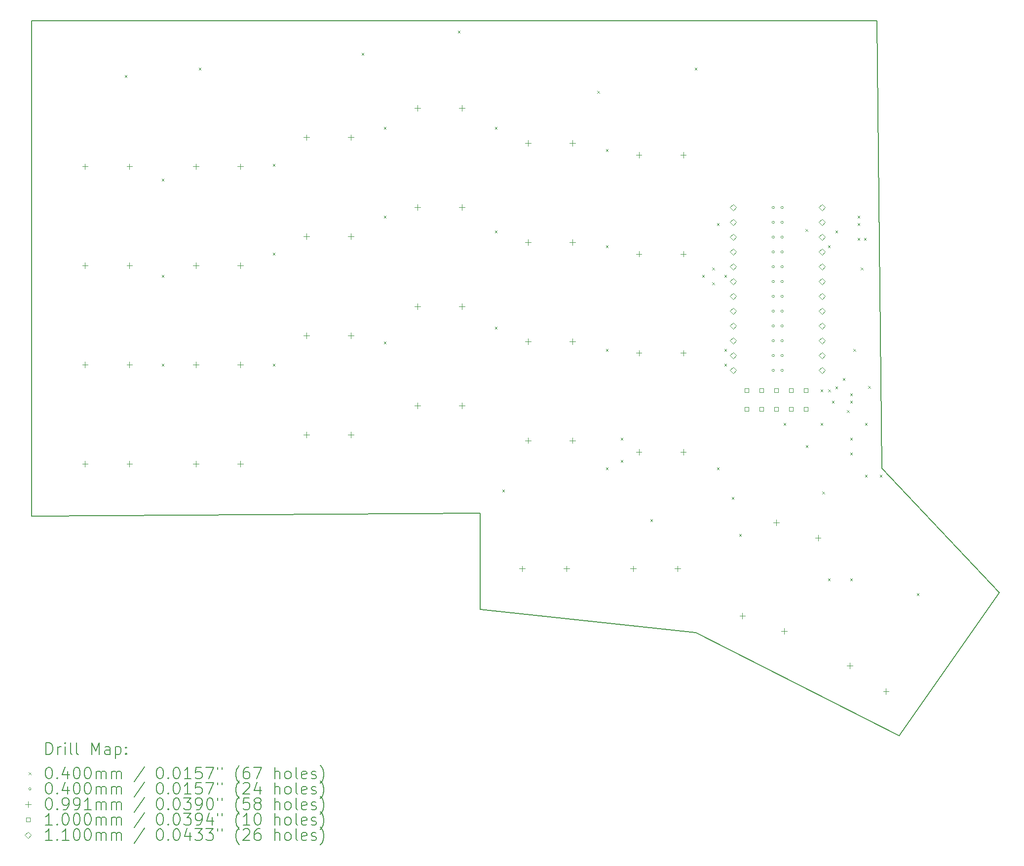
<source format=gbr>
%TF.GenerationSoftware,KiCad,Pcbnew,(6.0.9-0)*%
%TF.CreationDate,2023-01-10T21:03:52-06:00*%
%TF.ProjectId,board,626f6172-642e-46b6-9963-61645f706362,v1.0.0*%
%TF.SameCoordinates,Original*%
%TF.FileFunction,Drillmap*%
%TF.FilePolarity,Positive*%
%FSLAX45Y45*%
G04 Gerber Fmt 4.5, Leading zero omitted, Abs format (unit mm)*
G04 Created by KiCad (PCBNEW (6.0.9-0)) date 2023-01-10 21:03:52*
%MOMM*%
%LPD*%
G01*
G04 APERTURE LIST*
%ADD10C,0.150000*%
%ADD11C,0.200000*%
%ADD12C,0.040000*%
%ADD13C,0.099060*%
%ADD14C,0.100000*%
%ADD15C,0.110000*%
G04 APERTURE END LIST*
D10*
X1176500Y-9705000D02*
X1176500Y-1205000D01*
X1176500Y-1205000D02*
X15676500Y-1205000D01*
X15676500Y-1205000D02*
X15764190Y-8879568D01*
X15764190Y-8879568D02*
X17777912Y-11015603D01*
X17777912Y-11015603D02*
X16057182Y-13473059D01*
X16057182Y-13473059D02*
X12576500Y-11705000D01*
X12576500Y-11705000D02*
X8876500Y-11305000D01*
X8876500Y-11305000D02*
X8876500Y-9655000D01*
X8876500Y-9655000D02*
X1176500Y-9705000D01*
D11*
D12*
X2774000Y-2139000D02*
X2814000Y-2179000D01*
X2814000Y-2139000D02*
X2774000Y-2179000D01*
X3409000Y-3917000D02*
X3449000Y-3957000D01*
X3449000Y-3917000D02*
X3409000Y-3957000D01*
X3409000Y-5568000D02*
X3449000Y-5608000D01*
X3449000Y-5568000D02*
X3409000Y-5608000D01*
X3409000Y-7092000D02*
X3449000Y-7132000D01*
X3449000Y-7092000D02*
X3409000Y-7132000D01*
X4044000Y-2012000D02*
X4084000Y-2052000D01*
X4084000Y-2012000D02*
X4044000Y-2052000D01*
X5314000Y-3663000D02*
X5354000Y-3703000D01*
X5354000Y-3663000D02*
X5314000Y-3703000D01*
X5314000Y-5187000D02*
X5354000Y-5227000D01*
X5354000Y-5187000D02*
X5314000Y-5227000D01*
X5314000Y-7092000D02*
X5354000Y-7132000D01*
X5354000Y-7092000D02*
X5314000Y-7132000D01*
X6838000Y-1758000D02*
X6878000Y-1798000D01*
X6878000Y-1758000D02*
X6838000Y-1798000D01*
X7219000Y-3028000D02*
X7259000Y-3068000D01*
X7259000Y-3028000D02*
X7219000Y-3068000D01*
X7219000Y-4552000D02*
X7259000Y-4592000D01*
X7259000Y-4552000D02*
X7219000Y-4592000D01*
X7219000Y-6711000D02*
X7259000Y-6751000D01*
X7259000Y-6711000D02*
X7219000Y-6751000D01*
X8489000Y-1377000D02*
X8529000Y-1417000D01*
X8529000Y-1377000D02*
X8489000Y-1417000D01*
X9124000Y-3028000D02*
X9164000Y-3068000D01*
X9164000Y-3028000D02*
X9124000Y-3068000D01*
X9124000Y-4806000D02*
X9164000Y-4846000D01*
X9164000Y-4806000D02*
X9124000Y-4846000D01*
X9124000Y-6457000D02*
X9164000Y-6497000D01*
X9164000Y-6457000D02*
X9124000Y-6497000D01*
X9251000Y-9251000D02*
X9291000Y-9291000D01*
X9291000Y-9251000D02*
X9251000Y-9291000D01*
X10884000Y-2410000D02*
X10924000Y-2450000D01*
X10924000Y-2410000D02*
X10884000Y-2450000D01*
X11029000Y-3409000D02*
X11069000Y-3449000D01*
X11069000Y-3409000D02*
X11029000Y-3449000D01*
X11029000Y-5060000D02*
X11069000Y-5100000D01*
X11069000Y-5060000D02*
X11029000Y-5100000D01*
X11029000Y-6838000D02*
X11069000Y-6878000D01*
X11069000Y-6838000D02*
X11029000Y-6878000D01*
X11029000Y-8870000D02*
X11069000Y-8910000D01*
X11069000Y-8870000D02*
X11029000Y-8910000D01*
X11283000Y-8362000D02*
X11323000Y-8402000D01*
X11323000Y-8362000D02*
X11283000Y-8402000D01*
X11283000Y-8743000D02*
X11323000Y-8783000D01*
X11323000Y-8743000D02*
X11283000Y-8783000D01*
X11791000Y-9759000D02*
X11831000Y-9799000D01*
X11831000Y-9759000D02*
X11791000Y-9799000D01*
X12553000Y-2012000D02*
X12593000Y-2052000D01*
X12593000Y-2012000D02*
X12553000Y-2052000D01*
X12680000Y-5568000D02*
X12720000Y-5608000D01*
X12720000Y-5568000D02*
X12680000Y-5608000D01*
X12856450Y-5441000D02*
X12896450Y-5481000D01*
X12896450Y-5441000D02*
X12856450Y-5481000D01*
X12856450Y-5695000D02*
X12896450Y-5735000D01*
X12896450Y-5695000D02*
X12856450Y-5735000D01*
X12934000Y-4679000D02*
X12974000Y-4719000D01*
X12974000Y-4679000D02*
X12934000Y-4719000D01*
X12934000Y-8870000D02*
X12974000Y-8910000D01*
X12974000Y-8870000D02*
X12934000Y-8910000D01*
X13061000Y-5568000D02*
X13101000Y-5608000D01*
X13101000Y-5568000D02*
X13061000Y-5608000D01*
X13061000Y-6838000D02*
X13101000Y-6878000D01*
X13101000Y-6838000D02*
X13061000Y-6878000D01*
X13061000Y-7092000D02*
X13101000Y-7132000D01*
X13101000Y-7092000D02*
X13061000Y-7132000D01*
X13188000Y-9378000D02*
X13228000Y-9418000D01*
X13228000Y-9378000D02*
X13188000Y-9418000D01*
X13315000Y-10013000D02*
X13355000Y-10053000D01*
X13355000Y-10013000D02*
X13315000Y-10053000D01*
X14077000Y-8108000D02*
X14117000Y-8148000D01*
X14117000Y-8108000D02*
X14077000Y-8148000D01*
X14077000Y-8108000D02*
X14117000Y-8148000D01*
X14117000Y-8108000D02*
X14077000Y-8148000D01*
X14456158Y-4776483D02*
X14496158Y-4816483D01*
X14496158Y-4776483D02*
X14456158Y-4816483D01*
X14458000Y-8489000D02*
X14498000Y-8529000D01*
X14498000Y-8489000D02*
X14458000Y-8529000D01*
X14712000Y-7527550D02*
X14752000Y-7567550D01*
X14752000Y-7527550D02*
X14712000Y-7567550D01*
X14712000Y-8108000D02*
X14752000Y-8148000D01*
X14752000Y-8108000D02*
X14712000Y-8148000D01*
X14744740Y-9283741D02*
X14784740Y-9323741D01*
X14784740Y-9283741D02*
X14744740Y-9323741D01*
X14839000Y-5060000D02*
X14879000Y-5100000D01*
X14879000Y-5060000D02*
X14839000Y-5100000D01*
X14839000Y-10775000D02*
X14879000Y-10815000D01*
X14879000Y-10775000D02*
X14839000Y-10815000D01*
X14841828Y-7527550D02*
X14881828Y-7567550D01*
X14881828Y-7527550D02*
X14841828Y-7567550D01*
X14906550Y-7727000D02*
X14946550Y-7767000D01*
X14946550Y-7727000D02*
X14906550Y-7767000D01*
X14966000Y-4806000D02*
X15006000Y-4846000D01*
X15006000Y-4806000D02*
X14966000Y-4846000D01*
X14966000Y-7479950D02*
X15006000Y-7519950D01*
X15006000Y-7479950D02*
X14966000Y-7519950D01*
X15093000Y-7335050D02*
X15133000Y-7375050D01*
X15133000Y-7335050D02*
X15093000Y-7375050D01*
X15165450Y-7883657D02*
X15205450Y-7923657D01*
X15205450Y-7883657D02*
X15165450Y-7923657D01*
X15220000Y-7600000D02*
X15260000Y-7640000D01*
X15260000Y-7600000D02*
X15220000Y-7640000D01*
X15220000Y-7727000D02*
X15260000Y-7767000D01*
X15260000Y-7727000D02*
X15220000Y-7767000D01*
X15220000Y-8362000D02*
X15260000Y-8402000D01*
X15260000Y-8362000D02*
X15220000Y-8402000D01*
X15220000Y-8616000D02*
X15260000Y-8656000D01*
X15260000Y-8616000D02*
X15220000Y-8656000D01*
X15220000Y-10775000D02*
X15260000Y-10815000D01*
X15260000Y-10775000D02*
X15220000Y-10815000D01*
X15274550Y-6838000D02*
X15314550Y-6878000D01*
X15314550Y-6838000D02*
X15274550Y-6878000D01*
X15347000Y-4552000D02*
X15387000Y-4592000D01*
X15387000Y-4552000D02*
X15347000Y-4592000D01*
X15347000Y-4679000D02*
X15387000Y-4719000D01*
X15387000Y-4679000D02*
X15347000Y-4719000D01*
X15347000Y-4933000D02*
X15387000Y-4973000D01*
X15387000Y-4933000D02*
X15347000Y-4973000D01*
X15401550Y-5441000D02*
X15441550Y-5481000D01*
X15441550Y-5441000D02*
X15401550Y-5481000D01*
X15456100Y-4933000D02*
X15496100Y-4973000D01*
X15496100Y-4933000D02*
X15456100Y-4973000D01*
X15474000Y-8108000D02*
X15514000Y-8148000D01*
X15514000Y-8108000D02*
X15474000Y-8148000D01*
X15474000Y-8997000D02*
X15514000Y-9037000D01*
X15514000Y-8997000D02*
X15474000Y-9037000D01*
X15528550Y-7473000D02*
X15568550Y-7513000D01*
X15568550Y-7473000D02*
X15528550Y-7513000D01*
X15728000Y-8997000D02*
X15768000Y-9037000D01*
X15768000Y-8997000D02*
X15728000Y-9037000D01*
X16363000Y-11029000D02*
X16403000Y-11069000D01*
X16403000Y-11029000D02*
X16363000Y-11069000D01*
X13920300Y-4408000D02*
G75*
G03*
X13920300Y-4408000I-20000J0D01*
G01*
X13920300Y-4662000D02*
G75*
G03*
X13920300Y-4662000I-20000J0D01*
G01*
X13920300Y-4916000D02*
G75*
G03*
X13920300Y-4916000I-20000J0D01*
G01*
X13920300Y-5170000D02*
G75*
G03*
X13920300Y-5170000I-20000J0D01*
G01*
X13920300Y-5424000D02*
G75*
G03*
X13920300Y-5424000I-20000J0D01*
G01*
X13920300Y-5678000D02*
G75*
G03*
X13920300Y-5678000I-20000J0D01*
G01*
X13920300Y-5932000D02*
G75*
G03*
X13920300Y-5932000I-20000J0D01*
G01*
X13920300Y-6186000D02*
G75*
G03*
X13920300Y-6186000I-20000J0D01*
G01*
X13920300Y-6440000D02*
G75*
G03*
X13920300Y-6440000I-20000J0D01*
G01*
X13920300Y-6694000D02*
G75*
G03*
X13920300Y-6694000I-20000J0D01*
G01*
X13920300Y-6948000D02*
G75*
G03*
X13920300Y-6948000I-20000J0D01*
G01*
X13920300Y-7202000D02*
G75*
G03*
X13920300Y-7202000I-20000J0D01*
G01*
X14072700Y-4408000D02*
G75*
G03*
X14072700Y-4408000I-20000J0D01*
G01*
X14072700Y-4662000D02*
G75*
G03*
X14072700Y-4662000I-20000J0D01*
G01*
X14072700Y-4916000D02*
G75*
G03*
X14072700Y-4916000I-20000J0D01*
G01*
X14072700Y-5170000D02*
G75*
G03*
X14072700Y-5170000I-20000J0D01*
G01*
X14072700Y-5424000D02*
G75*
G03*
X14072700Y-5424000I-20000J0D01*
G01*
X14072700Y-5678000D02*
G75*
G03*
X14072700Y-5678000I-20000J0D01*
G01*
X14072700Y-5932000D02*
G75*
G03*
X14072700Y-5932000I-20000J0D01*
G01*
X14072700Y-6186000D02*
G75*
G03*
X14072700Y-6186000I-20000J0D01*
G01*
X14072700Y-6440000D02*
G75*
G03*
X14072700Y-6440000I-20000J0D01*
G01*
X14072700Y-6694000D02*
G75*
G03*
X14072700Y-6694000I-20000J0D01*
G01*
X14072700Y-6948000D02*
G75*
G03*
X14072700Y-6948000I-20000J0D01*
G01*
X14072700Y-7202000D02*
G75*
G03*
X14072700Y-7202000I-20000J0D01*
G01*
D13*
X2095500Y-5355470D02*
X2095500Y-5454530D01*
X2045970Y-5405000D02*
X2145030Y-5405000D01*
X2095500Y-3655470D02*
X2095500Y-3754530D01*
X2045970Y-3705000D02*
X2145030Y-3705000D01*
X2095500Y-8755470D02*
X2095500Y-8854530D01*
X2045970Y-8805000D02*
X2145030Y-8805000D01*
X2095500Y-7055470D02*
X2095500Y-7154530D01*
X2045970Y-7105000D02*
X2145030Y-7105000D01*
X2857500Y-5355470D02*
X2857500Y-5454530D01*
X2807970Y-5405000D02*
X2907030Y-5405000D01*
X2857500Y-3655470D02*
X2857500Y-3754530D01*
X2807970Y-3705000D02*
X2907030Y-3705000D01*
X2857500Y-8755470D02*
X2857500Y-8854530D01*
X2807970Y-8805000D02*
X2907030Y-8805000D01*
X2857500Y-7055470D02*
X2857500Y-7154530D01*
X2807970Y-7105000D02*
X2907030Y-7105000D01*
X3995500Y-3655470D02*
X3995500Y-3754530D01*
X3945970Y-3705000D02*
X4045030Y-3705000D01*
X3995500Y-5355470D02*
X3995500Y-5454530D01*
X3945970Y-5405000D02*
X4045030Y-5405000D01*
X3995500Y-7055470D02*
X3995500Y-7154530D01*
X3945970Y-7105000D02*
X4045030Y-7105000D01*
X3995500Y-8755470D02*
X3995500Y-8854530D01*
X3945970Y-8805000D02*
X4045030Y-8805000D01*
X4757500Y-3655470D02*
X4757500Y-3754530D01*
X4707970Y-3705000D02*
X4807030Y-3705000D01*
X4757500Y-5355470D02*
X4757500Y-5454530D01*
X4707970Y-5405000D02*
X4807030Y-5405000D01*
X4757500Y-7055470D02*
X4757500Y-7154530D01*
X4707970Y-7105000D02*
X4807030Y-7105000D01*
X4757500Y-8755470D02*
X4757500Y-8854530D01*
X4707970Y-8805000D02*
X4807030Y-8805000D01*
X5895500Y-3155470D02*
X5895500Y-3254530D01*
X5845970Y-3205000D02*
X5945030Y-3205000D01*
X5895500Y-4855470D02*
X5895500Y-4954530D01*
X5845970Y-4905000D02*
X5945030Y-4905000D01*
X5895500Y-6555470D02*
X5895500Y-6654530D01*
X5845970Y-6605000D02*
X5945030Y-6605000D01*
X5895500Y-8255470D02*
X5895500Y-8354530D01*
X5845970Y-8305000D02*
X5945030Y-8305000D01*
X6657500Y-3155470D02*
X6657500Y-3254530D01*
X6607970Y-3205000D02*
X6707030Y-3205000D01*
X6657500Y-4855470D02*
X6657500Y-4954530D01*
X6607970Y-4905000D02*
X6707030Y-4905000D01*
X6657500Y-6555470D02*
X6657500Y-6654530D01*
X6607970Y-6605000D02*
X6707030Y-6605000D01*
X6657500Y-8255470D02*
X6657500Y-8354530D01*
X6607970Y-8305000D02*
X6707030Y-8305000D01*
X7795500Y-6055470D02*
X7795500Y-6154530D01*
X7745970Y-6105000D02*
X7845030Y-6105000D01*
X7795500Y-7755470D02*
X7795500Y-7854530D01*
X7745970Y-7805000D02*
X7845030Y-7805000D01*
X7795500Y-2655470D02*
X7795500Y-2754530D01*
X7745970Y-2705000D02*
X7845030Y-2705000D01*
X7795500Y-4355470D02*
X7795500Y-4454530D01*
X7745970Y-4405000D02*
X7845030Y-4405000D01*
X8557500Y-6055470D02*
X8557500Y-6154530D01*
X8507970Y-6105000D02*
X8607030Y-6105000D01*
X8557500Y-7755470D02*
X8557500Y-7854530D01*
X8507970Y-7805000D02*
X8607030Y-7805000D01*
X8557500Y-2655470D02*
X8557500Y-2754530D01*
X8507970Y-2705000D02*
X8607030Y-2705000D01*
X8557500Y-4355470D02*
X8557500Y-4454530D01*
X8507970Y-4405000D02*
X8607030Y-4405000D01*
X9595500Y-10555470D02*
X9595500Y-10654530D01*
X9545970Y-10605000D02*
X9645030Y-10605000D01*
X9695500Y-4955470D02*
X9695500Y-5054530D01*
X9645970Y-5005000D02*
X9745030Y-5005000D01*
X9695500Y-3255470D02*
X9695500Y-3354530D01*
X9645970Y-3305000D02*
X9745030Y-3305000D01*
X9695500Y-8355470D02*
X9695500Y-8454530D01*
X9645970Y-8405000D02*
X9745030Y-8405000D01*
X9695500Y-6655470D02*
X9695500Y-6754530D01*
X9645970Y-6705000D02*
X9745030Y-6705000D01*
X10357500Y-10555470D02*
X10357500Y-10654530D01*
X10307970Y-10605000D02*
X10407030Y-10605000D01*
X10457500Y-4955470D02*
X10457500Y-5054530D01*
X10407970Y-5005000D02*
X10507030Y-5005000D01*
X10457500Y-3255470D02*
X10457500Y-3354530D01*
X10407970Y-3305000D02*
X10507030Y-3305000D01*
X10457500Y-8355470D02*
X10457500Y-8454530D01*
X10407970Y-8405000D02*
X10507030Y-8405000D01*
X10457500Y-6655470D02*
X10457500Y-6754530D01*
X10407970Y-6705000D02*
X10507030Y-6705000D01*
X11495500Y-10555470D02*
X11495500Y-10654530D01*
X11445970Y-10605000D02*
X11545030Y-10605000D01*
X11595500Y-8555470D02*
X11595500Y-8654530D01*
X11545970Y-8605000D02*
X11645030Y-8605000D01*
X11595500Y-3455470D02*
X11595500Y-3554530D01*
X11545970Y-3505000D02*
X11645030Y-3505000D01*
X11595500Y-5155470D02*
X11595500Y-5254530D01*
X11545970Y-5205000D02*
X11645030Y-5205000D01*
X11595500Y-6855470D02*
X11595500Y-6954530D01*
X11545970Y-6905000D02*
X11645030Y-6905000D01*
X12257500Y-10555470D02*
X12257500Y-10654530D01*
X12207970Y-10605000D02*
X12307030Y-10605000D01*
X12357500Y-8555470D02*
X12357500Y-8654530D01*
X12307970Y-8605000D02*
X12407030Y-8605000D01*
X12357500Y-3455470D02*
X12357500Y-3554530D01*
X12307970Y-3505000D02*
X12407030Y-3505000D01*
X12357500Y-5155470D02*
X12357500Y-5254530D01*
X12307970Y-5205000D02*
X12407030Y-5205000D01*
X12357500Y-6855470D02*
X12357500Y-6954530D01*
X12307970Y-6905000D02*
X12407030Y-6905000D01*
X13372010Y-11364725D02*
X13372010Y-11463785D01*
X13322480Y-11414255D02*
X13421540Y-11414255D01*
X13953445Y-9767247D02*
X13953445Y-9866307D01*
X13903915Y-9816777D02*
X14002975Y-9816777D01*
X14088056Y-11625344D02*
X14088056Y-11724404D01*
X14038526Y-11674874D02*
X14137586Y-11674874D01*
X14669490Y-10027867D02*
X14669490Y-10126927D01*
X14619960Y-10077397D02*
X14719020Y-10077397D01*
X15212722Y-12221844D02*
X15212722Y-12320904D01*
X15163192Y-12271374D02*
X15262252Y-12271374D01*
X15836916Y-12658909D02*
X15836916Y-12757969D01*
X15787386Y-12708439D02*
X15886446Y-12708439D01*
D14*
X13477856Y-7900356D02*
X13477856Y-7829644D01*
X13407144Y-7829644D01*
X13407144Y-7900356D01*
X13477856Y-7900356D01*
X13479856Y-7580356D02*
X13479856Y-7509644D01*
X13409144Y-7509644D01*
X13409144Y-7580356D01*
X13479856Y-7580356D01*
X13731856Y-7900356D02*
X13731856Y-7829644D01*
X13661144Y-7829644D01*
X13661144Y-7900356D01*
X13731856Y-7900356D01*
X13733856Y-7580356D02*
X13733856Y-7509644D01*
X13663144Y-7509644D01*
X13663144Y-7580356D01*
X13733856Y-7580356D01*
X13985856Y-7900356D02*
X13985856Y-7829644D01*
X13915144Y-7829644D01*
X13915144Y-7900356D01*
X13985856Y-7900356D01*
X13987856Y-7580356D02*
X13987856Y-7509644D01*
X13917144Y-7509644D01*
X13917144Y-7580356D01*
X13987856Y-7580356D01*
X14239856Y-7900356D02*
X14239856Y-7829644D01*
X14169144Y-7829644D01*
X14169144Y-7900356D01*
X14239856Y-7900356D01*
X14241856Y-7580356D02*
X14241856Y-7509644D01*
X14171144Y-7509644D01*
X14171144Y-7580356D01*
X14241856Y-7580356D01*
X14493856Y-7900356D02*
X14493856Y-7829644D01*
X14423144Y-7829644D01*
X14423144Y-7900356D01*
X14493856Y-7900356D01*
X14495856Y-7580356D02*
X14495856Y-7509644D01*
X14425144Y-7509644D01*
X14425144Y-7580356D01*
X14495856Y-7580356D01*
D15*
X13214500Y-4463000D02*
X13269500Y-4408000D01*
X13214500Y-4353000D01*
X13159500Y-4408000D01*
X13214500Y-4463000D01*
X13214500Y-4463000D02*
X13269500Y-4408000D01*
X13214500Y-4353000D01*
X13159500Y-4408000D01*
X13214500Y-4463000D01*
X13214500Y-4717000D02*
X13269500Y-4662000D01*
X13214500Y-4607000D01*
X13159500Y-4662000D01*
X13214500Y-4717000D01*
X13214500Y-4971000D02*
X13269500Y-4916000D01*
X13214500Y-4861000D01*
X13159500Y-4916000D01*
X13214500Y-4971000D01*
X13214500Y-5225000D02*
X13269500Y-5170000D01*
X13214500Y-5115000D01*
X13159500Y-5170000D01*
X13214500Y-5225000D01*
X13214500Y-5479000D02*
X13269500Y-5424000D01*
X13214500Y-5369000D01*
X13159500Y-5424000D01*
X13214500Y-5479000D01*
X13214500Y-5733000D02*
X13269500Y-5678000D01*
X13214500Y-5623000D01*
X13159500Y-5678000D01*
X13214500Y-5733000D01*
X13214500Y-5987000D02*
X13269500Y-5932000D01*
X13214500Y-5877000D01*
X13159500Y-5932000D01*
X13214500Y-5987000D01*
X13214500Y-6241000D02*
X13269500Y-6186000D01*
X13214500Y-6131000D01*
X13159500Y-6186000D01*
X13214500Y-6241000D01*
X13214500Y-6495000D02*
X13269500Y-6440000D01*
X13214500Y-6385000D01*
X13159500Y-6440000D01*
X13214500Y-6495000D01*
X13214500Y-6749000D02*
X13269500Y-6694000D01*
X13214500Y-6639000D01*
X13159500Y-6694000D01*
X13214500Y-6749000D01*
X13214500Y-7003000D02*
X13269500Y-6948000D01*
X13214500Y-6893000D01*
X13159500Y-6948000D01*
X13214500Y-7003000D01*
X13214500Y-7257000D02*
X13269500Y-7202000D01*
X13214500Y-7147000D01*
X13159500Y-7202000D01*
X13214500Y-7257000D01*
X14738500Y-4463000D02*
X14793500Y-4408000D01*
X14738500Y-4353000D01*
X14683500Y-4408000D01*
X14738500Y-4463000D01*
X14738500Y-4463000D02*
X14793500Y-4408000D01*
X14738500Y-4353000D01*
X14683500Y-4408000D01*
X14738500Y-4463000D01*
X14738500Y-4717000D02*
X14793500Y-4662000D01*
X14738500Y-4607000D01*
X14683500Y-4662000D01*
X14738500Y-4717000D01*
X14738500Y-4971000D02*
X14793500Y-4916000D01*
X14738500Y-4861000D01*
X14683500Y-4916000D01*
X14738500Y-4971000D01*
X14738500Y-5225000D02*
X14793500Y-5170000D01*
X14738500Y-5115000D01*
X14683500Y-5170000D01*
X14738500Y-5225000D01*
X14738500Y-5479000D02*
X14793500Y-5424000D01*
X14738500Y-5369000D01*
X14683500Y-5424000D01*
X14738500Y-5479000D01*
X14738500Y-5733000D02*
X14793500Y-5678000D01*
X14738500Y-5623000D01*
X14683500Y-5678000D01*
X14738500Y-5733000D01*
X14738500Y-5987000D02*
X14793500Y-5932000D01*
X14738500Y-5877000D01*
X14683500Y-5932000D01*
X14738500Y-5987000D01*
X14738500Y-6241000D02*
X14793500Y-6186000D01*
X14738500Y-6131000D01*
X14683500Y-6186000D01*
X14738500Y-6241000D01*
X14738500Y-6495000D02*
X14793500Y-6440000D01*
X14738500Y-6385000D01*
X14683500Y-6440000D01*
X14738500Y-6495000D01*
X14738500Y-6749000D02*
X14793500Y-6694000D01*
X14738500Y-6639000D01*
X14683500Y-6694000D01*
X14738500Y-6749000D01*
X14738500Y-7003000D02*
X14793500Y-6948000D01*
X14738500Y-6893000D01*
X14683500Y-6948000D01*
X14738500Y-7003000D01*
X14738500Y-7257000D02*
X14793500Y-7202000D01*
X14738500Y-7147000D01*
X14683500Y-7202000D01*
X14738500Y-7257000D01*
D11*
X1426619Y-13791035D02*
X1426619Y-13591035D01*
X1474238Y-13591035D01*
X1502810Y-13600559D01*
X1521857Y-13619607D01*
X1531381Y-13638654D01*
X1540905Y-13676750D01*
X1540905Y-13705321D01*
X1531381Y-13743416D01*
X1521857Y-13762464D01*
X1502810Y-13781512D01*
X1474238Y-13791035D01*
X1426619Y-13791035D01*
X1626619Y-13791035D02*
X1626619Y-13657702D01*
X1626619Y-13695797D02*
X1636143Y-13676750D01*
X1645667Y-13667226D01*
X1664714Y-13657702D01*
X1683762Y-13657702D01*
X1750429Y-13791035D02*
X1750429Y-13657702D01*
X1750429Y-13591035D02*
X1740905Y-13600559D01*
X1750429Y-13610083D01*
X1759952Y-13600559D01*
X1750429Y-13591035D01*
X1750429Y-13610083D01*
X1874238Y-13791035D02*
X1855190Y-13781512D01*
X1845667Y-13762464D01*
X1845667Y-13591035D01*
X1979000Y-13791035D02*
X1959952Y-13781512D01*
X1950429Y-13762464D01*
X1950429Y-13591035D01*
X2207572Y-13791035D02*
X2207572Y-13591035D01*
X2274238Y-13733893D01*
X2340905Y-13591035D01*
X2340905Y-13791035D01*
X2521857Y-13791035D02*
X2521857Y-13686273D01*
X2512333Y-13667226D01*
X2493286Y-13657702D01*
X2455191Y-13657702D01*
X2436143Y-13667226D01*
X2521857Y-13781512D02*
X2502810Y-13791035D01*
X2455191Y-13791035D01*
X2436143Y-13781512D01*
X2426619Y-13762464D01*
X2426619Y-13743416D01*
X2436143Y-13724369D01*
X2455191Y-13714845D01*
X2502810Y-13714845D01*
X2521857Y-13705321D01*
X2617095Y-13657702D02*
X2617095Y-13857702D01*
X2617095Y-13667226D02*
X2636143Y-13657702D01*
X2674238Y-13657702D01*
X2693286Y-13667226D01*
X2702810Y-13676750D01*
X2712333Y-13695797D01*
X2712333Y-13752940D01*
X2702810Y-13771988D01*
X2693286Y-13781512D01*
X2674238Y-13791035D01*
X2636143Y-13791035D01*
X2617095Y-13781512D01*
X2798048Y-13771988D02*
X2807571Y-13781512D01*
X2798048Y-13791035D01*
X2788524Y-13781512D01*
X2798048Y-13771988D01*
X2798048Y-13791035D01*
X2798048Y-13667226D02*
X2807571Y-13676750D01*
X2798048Y-13686273D01*
X2788524Y-13676750D01*
X2798048Y-13667226D01*
X2798048Y-13686273D01*
D12*
X1129000Y-14100559D02*
X1169000Y-14140559D01*
X1169000Y-14100559D02*
X1129000Y-14140559D01*
D11*
X1464714Y-14011035D02*
X1483762Y-14011035D01*
X1502810Y-14020559D01*
X1512333Y-14030083D01*
X1521857Y-14049131D01*
X1531381Y-14087226D01*
X1531381Y-14134845D01*
X1521857Y-14172940D01*
X1512333Y-14191988D01*
X1502810Y-14201512D01*
X1483762Y-14211035D01*
X1464714Y-14211035D01*
X1445667Y-14201512D01*
X1436143Y-14191988D01*
X1426619Y-14172940D01*
X1417095Y-14134845D01*
X1417095Y-14087226D01*
X1426619Y-14049131D01*
X1436143Y-14030083D01*
X1445667Y-14020559D01*
X1464714Y-14011035D01*
X1617095Y-14191988D02*
X1626619Y-14201512D01*
X1617095Y-14211035D01*
X1607571Y-14201512D01*
X1617095Y-14191988D01*
X1617095Y-14211035D01*
X1798048Y-14077702D02*
X1798048Y-14211035D01*
X1750429Y-14001512D02*
X1702810Y-14144369D01*
X1826619Y-14144369D01*
X1940905Y-14011035D02*
X1959952Y-14011035D01*
X1979000Y-14020559D01*
X1988524Y-14030083D01*
X1998048Y-14049131D01*
X2007571Y-14087226D01*
X2007571Y-14134845D01*
X1998048Y-14172940D01*
X1988524Y-14191988D01*
X1979000Y-14201512D01*
X1959952Y-14211035D01*
X1940905Y-14211035D01*
X1921857Y-14201512D01*
X1912333Y-14191988D01*
X1902810Y-14172940D01*
X1893286Y-14134845D01*
X1893286Y-14087226D01*
X1902810Y-14049131D01*
X1912333Y-14030083D01*
X1921857Y-14020559D01*
X1940905Y-14011035D01*
X2131381Y-14011035D02*
X2150429Y-14011035D01*
X2169476Y-14020559D01*
X2179000Y-14030083D01*
X2188524Y-14049131D01*
X2198048Y-14087226D01*
X2198048Y-14134845D01*
X2188524Y-14172940D01*
X2179000Y-14191988D01*
X2169476Y-14201512D01*
X2150429Y-14211035D01*
X2131381Y-14211035D01*
X2112333Y-14201512D01*
X2102810Y-14191988D01*
X2093286Y-14172940D01*
X2083762Y-14134845D01*
X2083762Y-14087226D01*
X2093286Y-14049131D01*
X2102810Y-14030083D01*
X2112333Y-14020559D01*
X2131381Y-14011035D01*
X2283762Y-14211035D02*
X2283762Y-14077702D01*
X2283762Y-14096750D02*
X2293286Y-14087226D01*
X2312333Y-14077702D01*
X2340905Y-14077702D01*
X2359952Y-14087226D01*
X2369476Y-14106273D01*
X2369476Y-14211035D01*
X2369476Y-14106273D02*
X2379000Y-14087226D01*
X2398048Y-14077702D01*
X2426619Y-14077702D01*
X2445667Y-14087226D01*
X2455191Y-14106273D01*
X2455191Y-14211035D01*
X2550429Y-14211035D02*
X2550429Y-14077702D01*
X2550429Y-14096750D02*
X2559952Y-14087226D01*
X2579000Y-14077702D01*
X2607572Y-14077702D01*
X2626619Y-14087226D01*
X2636143Y-14106273D01*
X2636143Y-14211035D01*
X2636143Y-14106273D02*
X2645667Y-14087226D01*
X2664714Y-14077702D01*
X2693286Y-14077702D01*
X2712333Y-14087226D01*
X2721857Y-14106273D01*
X2721857Y-14211035D01*
X3112333Y-14001512D02*
X2940905Y-14258654D01*
X3369476Y-14011035D02*
X3388524Y-14011035D01*
X3407571Y-14020559D01*
X3417095Y-14030083D01*
X3426619Y-14049131D01*
X3436143Y-14087226D01*
X3436143Y-14134845D01*
X3426619Y-14172940D01*
X3417095Y-14191988D01*
X3407571Y-14201512D01*
X3388524Y-14211035D01*
X3369476Y-14211035D01*
X3350429Y-14201512D01*
X3340905Y-14191988D01*
X3331381Y-14172940D01*
X3321857Y-14134845D01*
X3321857Y-14087226D01*
X3331381Y-14049131D01*
X3340905Y-14030083D01*
X3350429Y-14020559D01*
X3369476Y-14011035D01*
X3521857Y-14191988D02*
X3531381Y-14201512D01*
X3521857Y-14211035D01*
X3512333Y-14201512D01*
X3521857Y-14191988D01*
X3521857Y-14211035D01*
X3655190Y-14011035D02*
X3674238Y-14011035D01*
X3693286Y-14020559D01*
X3702810Y-14030083D01*
X3712333Y-14049131D01*
X3721857Y-14087226D01*
X3721857Y-14134845D01*
X3712333Y-14172940D01*
X3702810Y-14191988D01*
X3693286Y-14201512D01*
X3674238Y-14211035D01*
X3655190Y-14211035D01*
X3636143Y-14201512D01*
X3626619Y-14191988D01*
X3617095Y-14172940D01*
X3607571Y-14134845D01*
X3607571Y-14087226D01*
X3617095Y-14049131D01*
X3626619Y-14030083D01*
X3636143Y-14020559D01*
X3655190Y-14011035D01*
X3912333Y-14211035D02*
X3798048Y-14211035D01*
X3855190Y-14211035D02*
X3855190Y-14011035D01*
X3836143Y-14039607D01*
X3817095Y-14058654D01*
X3798048Y-14068178D01*
X4093286Y-14011035D02*
X3998048Y-14011035D01*
X3988524Y-14106273D01*
X3998048Y-14096750D01*
X4017095Y-14087226D01*
X4064714Y-14087226D01*
X4083762Y-14096750D01*
X4093286Y-14106273D01*
X4102810Y-14125321D01*
X4102810Y-14172940D01*
X4093286Y-14191988D01*
X4083762Y-14201512D01*
X4064714Y-14211035D01*
X4017095Y-14211035D01*
X3998048Y-14201512D01*
X3988524Y-14191988D01*
X4169476Y-14011035D02*
X4302810Y-14011035D01*
X4217095Y-14211035D01*
X4369476Y-14011035D02*
X4369476Y-14049131D01*
X4445667Y-14011035D02*
X4445667Y-14049131D01*
X4740905Y-14287226D02*
X4731381Y-14277702D01*
X4712333Y-14249131D01*
X4702810Y-14230083D01*
X4693286Y-14201512D01*
X4683762Y-14153893D01*
X4683762Y-14115797D01*
X4693286Y-14068178D01*
X4702810Y-14039607D01*
X4712333Y-14020559D01*
X4731381Y-13991988D01*
X4740905Y-13982464D01*
X4902810Y-14011035D02*
X4864714Y-14011035D01*
X4845667Y-14020559D01*
X4836143Y-14030083D01*
X4817095Y-14058654D01*
X4807572Y-14096750D01*
X4807572Y-14172940D01*
X4817095Y-14191988D01*
X4826619Y-14201512D01*
X4845667Y-14211035D01*
X4883762Y-14211035D01*
X4902810Y-14201512D01*
X4912333Y-14191988D01*
X4921857Y-14172940D01*
X4921857Y-14125321D01*
X4912333Y-14106273D01*
X4902810Y-14096750D01*
X4883762Y-14087226D01*
X4845667Y-14087226D01*
X4826619Y-14096750D01*
X4817095Y-14106273D01*
X4807572Y-14125321D01*
X4988524Y-14011035D02*
X5121857Y-14011035D01*
X5036143Y-14211035D01*
X5350429Y-14211035D02*
X5350429Y-14011035D01*
X5436143Y-14211035D02*
X5436143Y-14106273D01*
X5426619Y-14087226D01*
X5407572Y-14077702D01*
X5379000Y-14077702D01*
X5359952Y-14087226D01*
X5350429Y-14096750D01*
X5559952Y-14211035D02*
X5540905Y-14201512D01*
X5531381Y-14191988D01*
X5521857Y-14172940D01*
X5521857Y-14115797D01*
X5531381Y-14096750D01*
X5540905Y-14087226D01*
X5559952Y-14077702D01*
X5588524Y-14077702D01*
X5607571Y-14087226D01*
X5617095Y-14096750D01*
X5626619Y-14115797D01*
X5626619Y-14172940D01*
X5617095Y-14191988D01*
X5607571Y-14201512D01*
X5588524Y-14211035D01*
X5559952Y-14211035D01*
X5740905Y-14211035D02*
X5721857Y-14201512D01*
X5712333Y-14182464D01*
X5712333Y-14011035D01*
X5893286Y-14201512D02*
X5874238Y-14211035D01*
X5836143Y-14211035D01*
X5817095Y-14201512D01*
X5807571Y-14182464D01*
X5807571Y-14106273D01*
X5817095Y-14087226D01*
X5836143Y-14077702D01*
X5874238Y-14077702D01*
X5893286Y-14087226D01*
X5902810Y-14106273D01*
X5902810Y-14125321D01*
X5807571Y-14144369D01*
X5979000Y-14201512D02*
X5998048Y-14211035D01*
X6036143Y-14211035D01*
X6055190Y-14201512D01*
X6064714Y-14182464D01*
X6064714Y-14172940D01*
X6055190Y-14153893D01*
X6036143Y-14144369D01*
X6007571Y-14144369D01*
X5988524Y-14134845D01*
X5979000Y-14115797D01*
X5979000Y-14106273D01*
X5988524Y-14087226D01*
X6007571Y-14077702D01*
X6036143Y-14077702D01*
X6055190Y-14087226D01*
X6131381Y-14287226D02*
X6140905Y-14277702D01*
X6159952Y-14249131D01*
X6169476Y-14230083D01*
X6179000Y-14201512D01*
X6188524Y-14153893D01*
X6188524Y-14115797D01*
X6179000Y-14068178D01*
X6169476Y-14039607D01*
X6159952Y-14020559D01*
X6140905Y-13991988D01*
X6131381Y-13982464D01*
D12*
X1169000Y-14384559D02*
G75*
G03*
X1169000Y-14384559I-20000J0D01*
G01*
D11*
X1464714Y-14275035D02*
X1483762Y-14275035D01*
X1502810Y-14284559D01*
X1512333Y-14294083D01*
X1521857Y-14313131D01*
X1531381Y-14351226D01*
X1531381Y-14398845D01*
X1521857Y-14436940D01*
X1512333Y-14455988D01*
X1502810Y-14465512D01*
X1483762Y-14475035D01*
X1464714Y-14475035D01*
X1445667Y-14465512D01*
X1436143Y-14455988D01*
X1426619Y-14436940D01*
X1417095Y-14398845D01*
X1417095Y-14351226D01*
X1426619Y-14313131D01*
X1436143Y-14294083D01*
X1445667Y-14284559D01*
X1464714Y-14275035D01*
X1617095Y-14455988D02*
X1626619Y-14465512D01*
X1617095Y-14475035D01*
X1607571Y-14465512D01*
X1617095Y-14455988D01*
X1617095Y-14475035D01*
X1798048Y-14341702D02*
X1798048Y-14475035D01*
X1750429Y-14265512D02*
X1702810Y-14408369D01*
X1826619Y-14408369D01*
X1940905Y-14275035D02*
X1959952Y-14275035D01*
X1979000Y-14284559D01*
X1988524Y-14294083D01*
X1998048Y-14313131D01*
X2007571Y-14351226D01*
X2007571Y-14398845D01*
X1998048Y-14436940D01*
X1988524Y-14455988D01*
X1979000Y-14465512D01*
X1959952Y-14475035D01*
X1940905Y-14475035D01*
X1921857Y-14465512D01*
X1912333Y-14455988D01*
X1902810Y-14436940D01*
X1893286Y-14398845D01*
X1893286Y-14351226D01*
X1902810Y-14313131D01*
X1912333Y-14294083D01*
X1921857Y-14284559D01*
X1940905Y-14275035D01*
X2131381Y-14275035D02*
X2150429Y-14275035D01*
X2169476Y-14284559D01*
X2179000Y-14294083D01*
X2188524Y-14313131D01*
X2198048Y-14351226D01*
X2198048Y-14398845D01*
X2188524Y-14436940D01*
X2179000Y-14455988D01*
X2169476Y-14465512D01*
X2150429Y-14475035D01*
X2131381Y-14475035D01*
X2112333Y-14465512D01*
X2102810Y-14455988D01*
X2093286Y-14436940D01*
X2083762Y-14398845D01*
X2083762Y-14351226D01*
X2093286Y-14313131D01*
X2102810Y-14294083D01*
X2112333Y-14284559D01*
X2131381Y-14275035D01*
X2283762Y-14475035D02*
X2283762Y-14341702D01*
X2283762Y-14360750D02*
X2293286Y-14351226D01*
X2312333Y-14341702D01*
X2340905Y-14341702D01*
X2359952Y-14351226D01*
X2369476Y-14370273D01*
X2369476Y-14475035D01*
X2369476Y-14370273D02*
X2379000Y-14351226D01*
X2398048Y-14341702D01*
X2426619Y-14341702D01*
X2445667Y-14351226D01*
X2455191Y-14370273D01*
X2455191Y-14475035D01*
X2550429Y-14475035D02*
X2550429Y-14341702D01*
X2550429Y-14360750D02*
X2559952Y-14351226D01*
X2579000Y-14341702D01*
X2607572Y-14341702D01*
X2626619Y-14351226D01*
X2636143Y-14370273D01*
X2636143Y-14475035D01*
X2636143Y-14370273D02*
X2645667Y-14351226D01*
X2664714Y-14341702D01*
X2693286Y-14341702D01*
X2712333Y-14351226D01*
X2721857Y-14370273D01*
X2721857Y-14475035D01*
X3112333Y-14265512D02*
X2940905Y-14522654D01*
X3369476Y-14275035D02*
X3388524Y-14275035D01*
X3407571Y-14284559D01*
X3417095Y-14294083D01*
X3426619Y-14313131D01*
X3436143Y-14351226D01*
X3436143Y-14398845D01*
X3426619Y-14436940D01*
X3417095Y-14455988D01*
X3407571Y-14465512D01*
X3388524Y-14475035D01*
X3369476Y-14475035D01*
X3350429Y-14465512D01*
X3340905Y-14455988D01*
X3331381Y-14436940D01*
X3321857Y-14398845D01*
X3321857Y-14351226D01*
X3331381Y-14313131D01*
X3340905Y-14294083D01*
X3350429Y-14284559D01*
X3369476Y-14275035D01*
X3521857Y-14455988D02*
X3531381Y-14465512D01*
X3521857Y-14475035D01*
X3512333Y-14465512D01*
X3521857Y-14455988D01*
X3521857Y-14475035D01*
X3655190Y-14275035D02*
X3674238Y-14275035D01*
X3693286Y-14284559D01*
X3702810Y-14294083D01*
X3712333Y-14313131D01*
X3721857Y-14351226D01*
X3721857Y-14398845D01*
X3712333Y-14436940D01*
X3702810Y-14455988D01*
X3693286Y-14465512D01*
X3674238Y-14475035D01*
X3655190Y-14475035D01*
X3636143Y-14465512D01*
X3626619Y-14455988D01*
X3617095Y-14436940D01*
X3607571Y-14398845D01*
X3607571Y-14351226D01*
X3617095Y-14313131D01*
X3626619Y-14294083D01*
X3636143Y-14284559D01*
X3655190Y-14275035D01*
X3912333Y-14475035D02*
X3798048Y-14475035D01*
X3855190Y-14475035D02*
X3855190Y-14275035D01*
X3836143Y-14303607D01*
X3817095Y-14322654D01*
X3798048Y-14332178D01*
X4093286Y-14275035D02*
X3998048Y-14275035D01*
X3988524Y-14370273D01*
X3998048Y-14360750D01*
X4017095Y-14351226D01*
X4064714Y-14351226D01*
X4083762Y-14360750D01*
X4093286Y-14370273D01*
X4102810Y-14389321D01*
X4102810Y-14436940D01*
X4093286Y-14455988D01*
X4083762Y-14465512D01*
X4064714Y-14475035D01*
X4017095Y-14475035D01*
X3998048Y-14465512D01*
X3988524Y-14455988D01*
X4169476Y-14275035D02*
X4302810Y-14275035D01*
X4217095Y-14475035D01*
X4369476Y-14275035D02*
X4369476Y-14313131D01*
X4445667Y-14275035D02*
X4445667Y-14313131D01*
X4740905Y-14551226D02*
X4731381Y-14541702D01*
X4712333Y-14513131D01*
X4702810Y-14494083D01*
X4693286Y-14465512D01*
X4683762Y-14417893D01*
X4683762Y-14379797D01*
X4693286Y-14332178D01*
X4702810Y-14303607D01*
X4712333Y-14284559D01*
X4731381Y-14255988D01*
X4740905Y-14246464D01*
X4807572Y-14294083D02*
X4817095Y-14284559D01*
X4836143Y-14275035D01*
X4883762Y-14275035D01*
X4902810Y-14284559D01*
X4912333Y-14294083D01*
X4921857Y-14313131D01*
X4921857Y-14332178D01*
X4912333Y-14360750D01*
X4798048Y-14475035D01*
X4921857Y-14475035D01*
X5093286Y-14341702D02*
X5093286Y-14475035D01*
X5045667Y-14265512D02*
X4998048Y-14408369D01*
X5121857Y-14408369D01*
X5350429Y-14475035D02*
X5350429Y-14275035D01*
X5436143Y-14475035D02*
X5436143Y-14370273D01*
X5426619Y-14351226D01*
X5407572Y-14341702D01*
X5379000Y-14341702D01*
X5359952Y-14351226D01*
X5350429Y-14360750D01*
X5559952Y-14475035D02*
X5540905Y-14465512D01*
X5531381Y-14455988D01*
X5521857Y-14436940D01*
X5521857Y-14379797D01*
X5531381Y-14360750D01*
X5540905Y-14351226D01*
X5559952Y-14341702D01*
X5588524Y-14341702D01*
X5607571Y-14351226D01*
X5617095Y-14360750D01*
X5626619Y-14379797D01*
X5626619Y-14436940D01*
X5617095Y-14455988D01*
X5607571Y-14465512D01*
X5588524Y-14475035D01*
X5559952Y-14475035D01*
X5740905Y-14475035D02*
X5721857Y-14465512D01*
X5712333Y-14446464D01*
X5712333Y-14275035D01*
X5893286Y-14465512D02*
X5874238Y-14475035D01*
X5836143Y-14475035D01*
X5817095Y-14465512D01*
X5807571Y-14446464D01*
X5807571Y-14370273D01*
X5817095Y-14351226D01*
X5836143Y-14341702D01*
X5874238Y-14341702D01*
X5893286Y-14351226D01*
X5902810Y-14370273D01*
X5902810Y-14389321D01*
X5807571Y-14408369D01*
X5979000Y-14465512D02*
X5998048Y-14475035D01*
X6036143Y-14475035D01*
X6055190Y-14465512D01*
X6064714Y-14446464D01*
X6064714Y-14436940D01*
X6055190Y-14417893D01*
X6036143Y-14408369D01*
X6007571Y-14408369D01*
X5988524Y-14398845D01*
X5979000Y-14379797D01*
X5979000Y-14370273D01*
X5988524Y-14351226D01*
X6007571Y-14341702D01*
X6036143Y-14341702D01*
X6055190Y-14351226D01*
X6131381Y-14551226D02*
X6140905Y-14541702D01*
X6159952Y-14513131D01*
X6169476Y-14494083D01*
X6179000Y-14465512D01*
X6188524Y-14417893D01*
X6188524Y-14379797D01*
X6179000Y-14332178D01*
X6169476Y-14303607D01*
X6159952Y-14284559D01*
X6140905Y-14255988D01*
X6131381Y-14246464D01*
D13*
X1119470Y-14599029D02*
X1119470Y-14698089D01*
X1069940Y-14648559D02*
X1169000Y-14648559D01*
D11*
X1464714Y-14539035D02*
X1483762Y-14539035D01*
X1502810Y-14548559D01*
X1512333Y-14558083D01*
X1521857Y-14577131D01*
X1531381Y-14615226D01*
X1531381Y-14662845D01*
X1521857Y-14700940D01*
X1512333Y-14719988D01*
X1502810Y-14729512D01*
X1483762Y-14739035D01*
X1464714Y-14739035D01*
X1445667Y-14729512D01*
X1436143Y-14719988D01*
X1426619Y-14700940D01*
X1417095Y-14662845D01*
X1417095Y-14615226D01*
X1426619Y-14577131D01*
X1436143Y-14558083D01*
X1445667Y-14548559D01*
X1464714Y-14539035D01*
X1617095Y-14719988D02*
X1626619Y-14729512D01*
X1617095Y-14739035D01*
X1607571Y-14729512D01*
X1617095Y-14719988D01*
X1617095Y-14739035D01*
X1721857Y-14739035D02*
X1759952Y-14739035D01*
X1779000Y-14729512D01*
X1788524Y-14719988D01*
X1807571Y-14691416D01*
X1817095Y-14653321D01*
X1817095Y-14577131D01*
X1807571Y-14558083D01*
X1798048Y-14548559D01*
X1779000Y-14539035D01*
X1740905Y-14539035D01*
X1721857Y-14548559D01*
X1712333Y-14558083D01*
X1702810Y-14577131D01*
X1702810Y-14624750D01*
X1712333Y-14643797D01*
X1721857Y-14653321D01*
X1740905Y-14662845D01*
X1779000Y-14662845D01*
X1798048Y-14653321D01*
X1807571Y-14643797D01*
X1817095Y-14624750D01*
X1912333Y-14739035D02*
X1950429Y-14739035D01*
X1969476Y-14729512D01*
X1979000Y-14719988D01*
X1998048Y-14691416D01*
X2007571Y-14653321D01*
X2007571Y-14577131D01*
X1998048Y-14558083D01*
X1988524Y-14548559D01*
X1969476Y-14539035D01*
X1931381Y-14539035D01*
X1912333Y-14548559D01*
X1902810Y-14558083D01*
X1893286Y-14577131D01*
X1893286Y-14624750D01*
X1902810Y-14643797D01*
X1912333Y-14653321D01*
X1931381Y-14662845D01*
X1969476Y-14662845D01*
X1988524Y-14653321D01*
X1998048Y-14643797D01*
X2007571Y-14624750D01*
X2198048Y-14739035D02*
X2083762Y-14739035D01*
X2140905Y-14739035D02*
X2140905Y-14539035D01*
X2121857Y-14567607D01*
X2102810Y-14586654D01*
X2083762Y-14596178D01*
X2283762Y-14739035D02*
X2283762Y-14605702D01*
X2283762Y-14624750D02*
X2293286Y-14615226D01*
X2312333Y-14605702D01*
X2340905Y-14605702D01*
X2359952Y-14615226D01*
X2369476Y-14634273D01*
X2369476Y-14739035D01*
X2369476Y-14634273D02*
X2379000Y-14615226D01*
X2398048Y-14605702D01*
X2426619Y-14605702D01*
X2445667Y-14615226D01*
X2455191Y-14634273D01*
X2455191Y-14739035D01*
X2550429Y-14739035D02*
X2550429Y-14605702D01*
X2550429Y-14624750D02*
X2559952Y-14615226D01*
X2579000Y-14605702D01*
X2607572Y-14605702D01*
X2626619Y-14615226D01*
X2636143Y-14634273D01*
X2636143Y-14739035D01*
X2636143Y-14634273D02*
X2645667Y-14615226D01*
X2664714Y-14605702D01*
X2693286Y-14605702D01*
X2712333Y-14615226D01*
X2721857Y-14634273D01*
X2721857Y-14739035D01*
X3112333Y-14529512D02*
X2940905Y-14786654D01*
X3369476Y-14539035D02*
X3388524Y-14539035D01*
X3407571Y-14548559D01*
X3417095Y-14558083D01*
X3426619Y-14577131D01*
X3436143Y-14615226D01*
X3436143Y-14662845D01*
X3426619Y-14700940D01*
X3417095Y-14719988D01*
X3407571Y-14729512D01*
X3388524Y-14739035D01*
X3369476Y-14739035D01*
X3350429Y-14729512D01*
X3340905Y-14719988D01*
X3331381Y-14700940D01*
X3321857Y-14662845D01*
X3321857Y-14615226D01*
X3331381Y-14577131D01*
X3340905Y-14558083D01*
X3350429Y-14548559D01*
X3369476Y-14539035D01*
X3521857Y-14719988D02*
X3531381Y-14729512D01*
X3521857Y-14739035D01*
X3512333Y-14729512D01*
X3521857Y-14719988D01*
X3521857Y-14739035D01*
X3655190Y-14539035D02*
X3674238Y-14539035D01*
X3693286Y-14548559D01*
X3702810Y-14558083D01*
X3712333Y-14577131D01*
X3721857Y-14615226D01*
X3721857Y-14662845D01*
X3712333Y-14700940D01*
X3702810Y-14719988D01*
X3693286Y-14729512D01*
X3674238Y-14739035D01*
X3655190Y-14739035D01*
X3636143Y-14729512D01*
X3626619Y-14719988D01*
X3617095Y-14700940D01*
X3607571Y-14662845D01*
X3607571Y-14615226D01*
X3617095Y-14577131D01*
X3626619Y-14558083D01*
X3636143Y-14548559D01*
X3655190Y-14539035D01*
X3788524Y-14539035D02*
X3912333Y-14539035D01*
X3845667Y-14615226D01*
X3874238Y-14615226D01*
X3893286Y-14624750D01*
X3902810Y-14634273D01*
X3912333Y-14653321D01*
X3912333Y-14700940D01*
X3902810Y-14719988D01*
X3893286Y-14729512D01*
X3874238Y-14739035D01*
X3817095Y-14739035D01*
X3798048Y-14729512D01*
X3788524Y-14719988D01*
X4007571Y-14739035D02*
X4045667Y-14739035D01*
X4064714Y-14729512D01*
X4074238Y-14719988D01*
X4093286Y-14691416D01*
X4102810Y-14653321D01*
X4102810Y-14577131D01*
X4093286Y-14558083D01*
X4083762Y-14548559D01*
X4064714Y-14539035D01*
X4026619Y-14539035D01*
X4007571Y-14548559D01*
X3998048Y-14558083D01*
X3988524Y-14577131D01*
X3988524Y-14624750D01*
X3998048Y-14643797D01*
X4007571Y-14653321D01*
X4026619Y-14662845D01*
X4064714Y-14662845D01*
X4083762Y-14653321D01*
X4093286Y-14643797D01*
X4102810Y-14624750D01*
X4226619Y-14539035D02*
X4245667Y-14539035D01*
X4264714Y-14548559D01*
X4274238Y-14558083D01*
X4283762Y-14577131D01*
X4293286Y-14615226D01*
X4293286Y-14662845D01*
X4283762Y-14700940D01*
X4274238Y-14719988D01*
X4264714Y-14729512D01*
X4245667Y-14739035D01*
X4226619Y-14739035D01*
X4207572Y-14729512D01*
X4198048Y-14719988D01*
X4188524Y-14700940D01*
X4179000Y-14662845D01*
X4179000Y-14615226D01*
X4188524Y-14577131D01*
X4198048Y-14558083D01*
X4207572Y-14548559D01*
X4226619Y-14539035D01*
X4369476Y-14539035D02*
X4369476Y-14577131D01*
X4445667Y-14539035D02*
X4445667Y-14577131D01*
X4740905Y-14815226D02*
X4731381Y-14805702D01*
X4712333Y-14777131D01*
X4702810Y-14758083D01*
X4693286Y-14729512D01*
X4683762Y-14681893D01*
X4683762Y-14643797D01*
X4693286Y-14596178D01*
X4702810Y-14567607D01*
X4712333Y-14548559D01*
X4731381Y-14519988D01*
X4740905Y-14510464D01*
X4912333Y-14539035D02*
X4817095Y-14539035D01*
X4807572Y-14634273D01*
X4817095Y-14624750D01*
X4836143Y-14615226D01*
X4883762Y-14615226D01*
X4902810Y-14624750D01*
X4912333Y-14634273D01*
X4921857Y-14653321D01*
X4921857Y-14700940D01*
X4912333Y-14719988D01*
X4902810Y-14729512D01*
X4883762Y-14739035D01*
X4836143Y-14739035D01*
X4817095Y-14729512D01*
X4807572Y-14719988D01*
X5036143Y-14624750D02*
X5017095Y-14615226D01*
X5007572Y-14605702D01*
X4998048Y-14586654D01*
X4998048Y-14577131D01*
X5007572Y-14558083D01*
X5017095Y-14548559D01*
X5036143Y-14539035D01*
X5074238Y-14539035D01*
X5093286Y-14548559D01*
X5102810Y-14558083D01*
X5112333Y-14577131D01*
X5112333Y-14586654D01*
X5102810Y-14605702D01*
X5093286Y-14615226D01*
X5074238Y-14624750D01*
X5036143Y-14624750D01*
X5017095Y-14634273D01*
X5007572Y-14643797D01*
X4998048Y-14662845D01*
X4998048Y-14700940D01*
X5007572Y-14719988D01*
X5017095Y-14729512D01*
X5036143Y-14739035D01*
X5074238Y-14739035D01*
X5093286Y-14729512D01*
X5102810Y-14719988D01*
X5112333Y-14700940D01*
X5112333Y-14662845D01*
X5102810Y-14643797D01*
X5093286Y-14634273D01*
X5074238Y-14624750D01*
X5350429Y-14739035D02*
X5350429Y-14539035D01*
X5436143Y-14739035D02*
X5436143Y-14634273D01*
X5426619Y-14615226D01*
X5407572Y-14605702D01*
X5379000Y-14605702D01*
X5359952Y-14615226D01*
X5350429Y-14624750D01*
X5559952Y-14739035D02*
X5540905Y-14729512D01*
X5531381Y-14719988D01*
X5521857Y-14700940D01*
X5521857Y-14643797D01*
X5531381Y-14624750D01*
X5540905Y-14615226D01*
X5559952Y-14605702D01*
X5588524Y-14605702D01*
X5607571Y-14615226D01*
X5617095Y-14624750D01*
X5626619Y-14643797D01*
X5626619Y-14700940D01*
X5617095Y-14719988D01*
X5607571Y-14729512D01*
X5588524Y-14739035D01*
X5559952Y-14739035D01*
X5740905Y-14739035D02*
X5721857Y-14729512D01*
X5712333Y-14710464D01*
X5712333Y-14539035D01*
X5893286Y-14729512D02*
X5874238Y-14739035D01*
X5836143Y-14739035D01*
X5817095Y-14729512D01*
X5807571Y-14710464D01*
X5807571Y-14634273D01*
X5817095Y-14615226D01*
X5836143Y-14605702D01*
X5874238Y-14605702D01*
X5893286Y-14615226D01*
X5902810Y-14634273D01*
X5902810Y-14653321D01*
X5807571Y-14672369D01*
X5979000Y-14729512D02*
X5998048Y-14739035D01*
X6036143Y-14739035D01*
X6055190Y-14729512D01*
X6064714Y-14710464D01*
X6064714Y-14700940D01*
X6055190Y-14681893D01*
X6036143Y-14672369D01*
X6007571Y-14672369D01*
X5988524Y-14662845D01*
X5979000Y-14643797D01*
X5979000Y-14634273D01*
X5988524Y-14615226D01*
X6007571Y-14605702D01*
X6036143Y-14605702D01*
X6055190Y-14615226D01*
X6131381Y-14815226D02*
X6140905Y-14805702D01*
X6159952Y-14777131D01*
X6169476Y-14758083D01*
X6179000Y-14729512D01*
X6188524Y-14681893D01*
X6188524Y-14643797D01*
X6179000Y-14596178D01*
X6169476Y-14567607D01*
X6159952Y-14548559D01*
X6140905Y-14519988D01*
X6131381Y-14510464D01*
D14*
X1154356Y-14947915D02*
X1154356Y-14877204D01*
X1083644Y-14877204D01*
X1083644Y-14947915D01*
X1154356Y-14947915D01*
D11*
X1531381Y-15003035D02*
X1417095Y-15003035D01*
X1474238Y-15003035D02*
X1474238Y-14803035D01*
X1455190Y-14831607D01*
X1436143Y-14850654D01*
X1417095Y-14860178D01*
X1617095Y-14983988D02*
X1626619Y-14993512D01*
X1617095Y-15003035D01*
X1607571Y-14993512D01*
X1617095Y-14983988D01*
X1617095Y-15003035D01*
X1750429Y-14803035D02*
X1769476Y-14803035D01*
X1788524Y-14812559D01*
X1798048Y-14822083D01*
X1807571Y-14841131D01*
X1817095Y-14879226D01*
X1817095Y-14926845D01*
X1807571Y-14964940D01*
X1798048Y-14983988D01*
X1788524Y-14993512D01*
X1769476Y-15003035D01*
X1750429Y-15003035D01*
X1731381Y-14993512D01*
X1721857Y-14983988D01*
X1712333Y-14964940D01*
X1702810Y-14926845D01*
X1702810Y-14879226D01*
X1712333Y-14841131D01*
X1721857Y-14822083D01*
X1731381Y-14812559D01*
X1750429Y-14803035D01*
X1940905Y-14803035D02*
X1959952Y-14803035D01*
X1979000Y-14812559D01*
X1988524Y-14822083D01*
X1998048Y-14841131D01*
X2007571Y-14879226D01*
X2007571Y-14926845D01*
X1998048Y-14964940D01*
X1988524Y-14983988D01*
X1979000Y-14993512D01*
X1959952Y-15003035D01*
X1940905Y-15003035D01*
X1921857Y-14993512D01*
X1912333Y-14983988D01*
X1902810Y-14964940D01*
X1893286Y-14926845D01*
X1893286Y-14879226D01*
X1902810Y-14841131D01*
X1912333Y-14822083D01*
X1921857Y-14812559D01*
X1940905Y-14803035D01*
X2131381Y-14803035D02*
X2150429Y-14803035D01*
X2169476Y-14812559D01*
X2179000Y-14822083D01*
X2188524Y-14841131D01*
X2198048Y-14879226D01*
X2198048Y-14926845D01*
X2188524Y-14964940D01*
X2179000Y-14983988D01*
X2169476Y-14993512D01*
X2150429Y-15003035D01*
X2131381Y-15003035D01*
X2112333Y-14993512D01*
X2102810Y-14983988D01*
X2093286Y-14964940D01*
X2083762Y-14926845D01*
X2083762Y-14879226D01*
X2093286Y-14841131D01*
X2102810Y-14822083D01*
X2112333Y-14812559D01*
X2131381Y-14803035D01*
X2283762Y-15003035D02*
X2283762Y-14869702D01*
X2283762Y-14888750D02*
X2293286Y-14879226D01*
X2312333Y-14869702D01*
X2340905Y-14869702D01*
X2359952Y-14879226D01*
X2369476Y-14898273D01*
X2369476Y-15003035D01*
X2369476Y-14898273D02*
X2379000Y-14879226D01*
X2398048Y-14869702D01*
X2426619Y-14869702D01*
X2445667Y-14879226D01*
X2455191Y-14898273D01*
X2455191Y-15003035D01*
X2550429Y-15003035D02*
X2550429Y-14869702D01*
X2550429Y-14888750D02*
X2559952Y-14879226D01*
X2579000Y-14869702D01*
X2607572Y-14869702D01*
X2626619Y-14879226D01*
X2636143Y-14898273D01*
X2636143Y-15003035D01*
X2636143Y-14898273D02*
X2645667Y-14879226D01*
X2664714Y-14869702D01*
X2693286Y-14869702D01*
X2712333Y-14879226D01*
X2721857Y-14898273D01*
X2721857Y-15003035D01*
X3112333Y-14793512D02*
X2940905Y-15050654D01*
X3369476Y-14803035D02*
X3388524Y-14803035D01*
X3407571Y-14812559D01*
X3417095Y-14822083D01*
X3426619Y-14841131D01*
X3436143Y-14879226D01*
X3436143Y-14926845D01*
X3426619Y-14964940D01*
X3417095Y-14983988D01*
X3407571Y-14993512D01*
X3388524Y-15003035D01*
X3369476Y-15003035D01*
X3350429Y-14993512D01*
X3340905Y-14983988D01*
X3331381Y-14964940D01*
X3321857Y-14926845D01*
X3321857Y-14879226D01*
X3331381Y-14841131D01*
X3340905Y-14822083D01*
X3350429Y-14812559D01*
X3369476Y-14803035D01*
X3521857Y-14983988D02*
X3531381Y-14993512D01*
X3521857Y-15003035D01*
X3512333Y-14993512D01*
X3521857Y-14983988D01*
X3521857Y-15003035D01*
X3655190Y-14803035D02*
X3674238Y-14803035D01*
X3693286Y-14812559D01*
X3702810Y-14822083D01*
X3712333Y-14841131D01*
X3721857Y-14879226D01*
X3721857Y-14926845D01*
X3712333Y-14964940D01*
X3702810Y-14983988D01*
X3693286Y-14993512D01*
X3674238Y-15003035D01*
X3655190Y-15003035D01*
X3636143Y-14993512D01*
X3626619Y-14983988D01*
X3617095Y-14964940D01*
X3607571Y-14926845D01*
X3607571Y-14879226D01*
X3617095Y-14841131D01*
X3626619Y-14822083D01*
X3636143Y-14812559D01*
X3655190Y-14803035D01*
X3788524Y-14803035D02*
X3912333Y-14803035D01*
X3845667Y-14879226D01*
X3874238Y-14879226D01*
X3893286Y-14888750D01*
X3902810Y-14898273D01*
X3912333Y-14917321D01*
X3912333Y-14964940D01*
X3902810Y-14983988D01*
X3893286Y-14993512D01*
X3874238Y-15003035D01*
X3817095Y-15003035D01*
X3798048Y-14993512D01*
X3788524Y-14983988D01*
X4007571Y-15003035D02*
X4045667Y-15003035D01*
X4064714Y-14993512D01*
X4074238Y-14983988D01*
X4093286Y-14955416D01*
X4102810Y-14917321D01*
X4102810Y-14841131D01*
X4093286Y-14822083D01*
X4083762Y-14812559D01*
X4064714Y-14803035D01*
X4026619Y-14803035D01*
X4007571Y-14812559D01*
X3998048Y-14822083D01*
X3988524Y-14841131D01*
X3988524Y-14888750D01*
X3998048Y-14907797D01*
X4007571Y-14917321D01*
X4026619Y-14926845D01*
X4064714Y-14926845D01*
X4083762Y-14917321D01*
X4093286Y-14907797D01*
X4102810Y-14888750D01*
X4274238Y-14869702D02*
X4274238Y-15003035D01*
X4226619Y-14793512D02*
X4179000Y-14936369D01*
X4302810Y-14936369D01*
X4369476Y-14803035D02*
X4369476Y-14841131D01*
X4445667Y-14803035D02*
X4445667Y-14841131D01*
X4740905Y-15079226D02*
X4731381Y-15069702D01*
X4712333Y-15041131D01*
X4702810Y-15022083D01*
X4693286Y-14993512D01*
X4683762Y-14945893D01*
X4683762Y-14907797D01*
X4693286Y-14860178D01*
X4702810Y-14831607D01*
X4712333Y-14812559D01*
X4731381Y-14783988D01*
X4740905Y-14774464D01*
X4921857Y-15003035D02*
X4807572Y-15003035D01*
X4864714Y-15003035D02*
X4864714Y-14803035D01*
X4845667Y-14831607D01*
X4826619Y-14850654D01*
X4807572Y-14860178D01*
X5045667Y-14803035D02*
X5064714Y-14803035D01*
X5083762Y-14812559D01*
X5093286Y-14822083D01*
X5102810Y-14841131D01*
X5112333Y-14879226D01*
X5112333Y-14926845D01*
X5102810Y-14964940D01*
X5093286Y-14983988D01*
X5083762Y-14993512D01*
X5064714Y-15003035D01*
X5045667Y-15003035D01*
X5026619Y-14993512D01*
X5017095Y-14983988D01*
X5007572Y-14964940D01*
X4998048Y-14926845D01*
X4998048Y-14879226D01*
X5007572Y-14841131D01*
X5017095Y-14822083D01*
X5026619Y-14812559D01*
X5045667Y-14803035D01*
X5350429Y-15003035D02*
X5350429Y-14803035D01*
X5436143Y-15003035D02*
X5436143Y-14898273D01*
X5426619Y-14879226D01*
X5407572Y-14869702D01*
X5379000Y-14869702D01*
X5359952Y-14879226D01*
X5350429Y-14888750D01*
X5559952Y-15003035D02*
X5540905Y-14993512D01*
X5531381Y-14983988D01*
X5521857Y-14964940D01*
X5521857Y-14907797D01*
X5531381Y-14888750D01*
X5540905Y-14879226D01*
X5559952Y-14869702D01*
X5588524Y-14869702D01*
X5607571Y-14879226D01*
X5617095Y-14888750D01*
X5626619Y-14907797D01*
X5626619Y-14964940D01*
X5617095Y-14983988D01*
X5607571Y-14993512D01*
X5588524Y-15003035D01*
X5559952Y-15003035D01*
X5740905Y-15003035D02*
X5721857Y-14993512D01*
X5712333Y-14974464D01*
X5712333Y-14803035D01*
X5893286Y-14993512D02*
X5874238Y-15003035D01*
X5836143Y-15003035D01*
X5817095Y-14993512D01*
X5807571Y-14974464D01*
X5807571Y-14898273D01*
X5817095Y-14879226D01*
X5836143Y-14869702D01*
X5874238Y-14869702D01*
X5893286Y-14879226D01*
X5902810Y-14898273D01*
X5902810Y-14917321D01*
X5807571Y-14936369D01*
X5979000Y-14993512D02*
X5998048Y-15003035D01*
X6036143Y-15003035D01*
X6055190Y-14993512D01*
X6064714Y-14974464D01*
X6064714Y-14964940D01*
X6055190Y-14945893D01*
X6036143Y-14936369D01*
X6007571Y-14936369D01*
X5988524Y-14926845D01*
X5979000Y-14907797D01*
X5979000Y-14898273D01*
X5988524Y-14879226D01*
X6007571Y-14869702D01*
X6036143Y-14869702D01*
X6055190Y-14879226D01*
X6131381Y-15079226D02*
X6140905Y-15069702D01*
X6159952Y-15041131D01*
X6169476Y-15022083D01*
X6179000Y-14993512D01*
X6188524Y-14945893D01*
X6188524Y-14907797D01*
X6179000Y-14860178D01*
X6169476Y-14831607D01*
X6159952Y-14812559D01*
X6140905Y-14783988D01*
X6131381Y-14774464D01*
D15*
X1114000Y-15231559D02*
X1169000Y-15176559D01*
X1114000Y-15121559D01*
X1059000Y-15176559D01*
X1114000Y-15231559D01*
D11*
X1531381Y-15267035D02*
X1417095Y-15267035D01*
X1474238Y-15267035D02*
X1474238Y-15067035D01*
X1455190Y-15095607D01*
X1436143Y-15114654D01*
X1417095Y-15124178D01*
X1617095Y-15247988D02*
X1626619Y-15257512D01*
X1617095Y-15267035D01*
X1607571Y-15257512D01*
X1617095Y-15247988D01*
X1617095Y-15267035D01*
X1817095Y-15267035D02*
X1702810Y-15267035D01*
X1759952Y-15267035D02*
X1759952Y-15067035D01*
X1740905Y-15095607D01*
X1721857Y-15114654D01*
X1702810Y-15124178D01*
X1940905Y-15067035D02*
X1959952Y-15067035D01*
X1979000Y-15076559D01*
X1988524Y-15086083D01*
X1998048Y-15105131D01*
X2007571Y-15143226D01*
X2007571Y-15190845D01*
X1998048Y-15228940D01*
X1988524Y-15247988D01*
X1979000Y-15257512D01*
X1959952Y-15267035D01*
X1940905Y-15267035D01*
X1921857Y-15257512D01*
X1912333Y-15247988D01*
X1902810Y-15228940D01*
X1893286Y-15190845D01*
X1893286Y-15143226D01*
X1902810Y-15105131D01*
X1912333Y-15086083D01*
X1921857Y-15076559D01*
X1940905Y-15067035D01*
X2131381Y-15067035D02*
X2150429Y-15067035D01*
X2169476Y-15076559D01*
X2179000Y-15086083D01*
X2188524Y-15105131D01*
X2198048Y-15143226D01*
X2198048Y-15190845D01*
X2188524Y-15228940D01*
X2179000Y-15247988D01*
X2169476Y-15257512D01*
X2150429Y-15267035D01*
X2131381Y-15267035D01*
X2112333Y-15257512D01*
X2102810Y-15247988D01*
X2093286Y-15228940D01*
X2083762Y-15190845D01*
X2083762Y-15143226D01*
X2093286Y-15105131D01*
X2102810Y-15086083D01*
X2112333Y-15076559D01*
X2131381Y-15067035D01*
X2283762Y-15267035D02*
X2283762Y-15133702D01*
X2283762Y-15152750D02*
X2293286Y-15143226D01*
X2312333Y-15133702D01*
X2340905Y-15133702D01*
X2359952Y-15143226D01*
X2369476Y-15162273D01*
X2369476Y-15267035D01*
X2369476Y-15162273D02*
X2379000Y-15143226D01*
X2398048Y-15133702D01*
X2426619Y-15133702D01*
X2445667Y-15143226D01*
X2455191Y-15162273D01*
X2455191Y-15267035D01*
X2550429Y-15267035D02*
X2550429Y-15133702D01*
X2550429Y-15152750D02*
X2559952Y-15143226D01*
X2579000Y-15133702D01*
X2607572Y-15133702D01*
X2626619Y-15143226D01*
X2636143Y-15162273D01*
X2636143Y-15267035D01*
X2636143Y-15162273D02*
X2645667Y-15143226D01*
X2664714Y-15133702D01*
X2693286Y-15133702D01*
X2712333Y-15143226D01*
X2721857Y-15162273D01*
X2721857Y-15267035D01*
X3112333Y-15057512D02*
X2940905Y-15314654D01*
X3369476Y-15067035D02*
X3388524Y-15067035D01*
X3407571Y-15076559D01*
X3417095Y-15086083D01*
X3426619Y-15105131D01*
X3436143Y-15143226D01*
X3436143Y-15190845D01*
X3426619Y-15228940D01*
X3417095Y-15247988D01*
X3407571Y-15257512D01*
X3388524Y-15267035D01*
X3369476Y-15267035D01*
X3350429Y-15257512D01*
X3340905Y-15247988D01*
X3331381Y-15228940D01*
X3321857Y-15190845D01*
X3321857Y-15143226D01*
X3331381Y-15105131D01*
X3340905Y-15086083D01*
X3350429Y-15076559D01*
X3369476Y-15067035D01*
X3521857Y-15247988D02*
X3531381Y-15257512D01*
X3521857Y-15267035D01*
X3512333Y-15257512D01*
X3521857Y-15247988D01*
X3521857Y-15267035D01*
X3655190Y-15067035D02*
X3674238Y-15067035D01*
X3693286Y-15076559D01*
X3702810Y-15086083D01*
X3712333Y-15105131D01*
X3721857Y-15143226D01*
X3721857Y-15190845D01*
X3712333Y-15228940D01*
X3702810Y-15247988D01*
X3693286Y-15257512D01*
X3674238Y-15267035D01*
X3655190Y-15267035D01*
X3636143Y-15257512D01*
X3626619Y-15247988D01*
X3617095Y-15228940D01*
X3607571Y-15190845D01*
X3607571Y-15143226D01*
X3617095Y-15105131D01*
X3626619Y-15086083D01*
X3636143Y-15076559D01*
X3655190Y-15067035D01*
X3893286Y-15133702D02*
X3893286Y-15267035D01*
X3845667Y-15057512D02*
X3798048Y-15200369D01*
X3921857Y-15200369D01*
X3979000Y-15067035D02*
X4102810Y-15067035D01*
X4036143Y-15143226D01*
X4064714Y-15143226D01*
X4083762Y-15152750D01*
X4093286Y-15162273D01*
X4102810Y-15181321D01*
X4102810Y-15228940D01*
X4093286Y-15247988D01*
X4083762Y-15257512D01*
X4064714Y-15267035D01*
X4007571Y-15267035D01*
X3988524Y-15257512D01*
X3979000Y-15247988D01*
X4169476Y-15067035D02*
X4293286Y-15067035D01*
X4226619Y-15143226D01*
X4255191Y-15143226D01*
X4274238Y-15152750D01*
X4283762Y-15162273D01*
X4293286Y-15181321D01*
X4293286Y-15228940D01*
X4283762Y-15247988D01*
X4274238Y-15257512D01*
X4255191Y-15267035D01*
X4198048Y-15267035D01*
X4179000Y-15257512D01*
X4169476Y-15247988D01*
X4369476Y-15067035D02*
X4369476Y-15105131D01*
X4445667Y-15067035D02*
X4445667Y-15105131D01*
X4740905Y-15343226D02*
X4731381Y-15333702D01*
X4712333Y-15305131D01*
X4702810Y-15286083D01*
X4693286Y-15257512D01*
X4683762Y-15209893D01*
X4683762Y-15171797D01*
X4693286Y-15124178D01*
X4702810Y-15095607D01*
X4712333Y-15076559D01*
X4731381Y-15047988D01*
X4740905Y-15038464D01*
X4807572Y-15086083D02*
X4817095Y-15076559D01*
X4836143Y-15067035D01*
X4883762Y-15067035D01*
X4902810Y-15076559D01*
X4912333Y-15086083D01*
X4921857Y-15105131D01*
X4921857Y-15124178D01*
X4912333Y-15152750D01*
X4798048Y-15267035D01*
X4921857Y-15267035D01*
X5093286Y-15067035D02*
X5055191Y-15067035D01*
X5036143Y-15076559D01*
X5026619Y-15086083D01*
X5007572Y-15114654D01*
X4998048Y-15152750D01*
X4998048Y-15228940D01*
X5007572Y-15247988D01*
X5017095Y-15257512D01*
X5036143Y-15267035D01*
X5074238Y-15267035D01*
X5093286Y-15257512D01*
X5102810Y-15247988D01*
X5112333Y-15228940D01*
X5112333Y-15181321D01*
X5102810Y-15162273D01*
X5093286Y-15152750D01*
X5074238Y-15143226D01*
X5036143Y-15143226D01*
X5017095Y-15152750D01*
X5007572Y-15162273D01*
X4998048Y-15181321D01*
X5350429Y-15267035D02*
X5350429Y-15067035D01*
X5436143Y-15267035D02*
X5436143Y-15162273D01*
X5426619Y-15143226D01*
X5407572Y-15133702D01*
X5379000Y-15133702D01*
X5359952Y-15143226D01*
X5350429Y-15152750D01*
X5559952Y-15267035D02*
X5540905Y-15257512D01*
X5531381Y-15247988D01*
X5521857Y-15228940D01*
X5521857Y-15171797D01*
X5531381Y-15152750D01*
X5540905Y-15143226D01*
X5559952Y-15133702D01*
X5588524Y-15133702D01*
X5607571Y-15143226D01*
X5617095Y-15152750D01*
X5626619Y-15171797D01*
X5626619Y-15228940D01*
X5617095Y-15247988D01*
X5607571Y-15257512D01*
X5588524Y-15267035D01*
X5559952Y-15267035D01*
X5740905Y-15267035D02*
X5721857Y-15257512D01*
X5712333Y-15238464D01*
X5712333Y-15067035D01*
X5893286Y-15257512D02*
X5874238Y-15267035D01*
X5836143Y-15267035D01*
X5817095Y-15257512D01*
X5807571Y-15238464D01*
X5807571Y-15162273D01*
X5817095Y-15143226D01*
X5836143Y-15133702D01*
X5874238Y-15133702D01*
X5893286Y-15143226D01*
X5902810Y-15162273D01*
X5902810Y-15181321D01*
X5807571Y-15200369D01*
X5979000Y-15257512D02*
X5998048Y-15267035D01*
X6036143Y-15267035D01*
X6055190Y-15257512D01*
X6064714Y-15238464D01*
X6064714Y-15228940D01*
X6055190Y-15209893D01*
X6036143Y-15200369D01*
X6007571Y-15200369D01*
X5988524Y-15190845D01*
X5979000Y-15171797D01*
X5979000Y-15162273D01*
X5988524Y-15143226D01*
X6007571Y-15133702D01*
X6036143Y-15133702D01*
X6055190Y-15143226D01*
X6131381Y-15343226D02*
X6140905Y-15333702D01*
X6159952Y-15305131D01*
X6169476Y-15286083D01*
X6179000Y-15257512D01*
X6188524Y-15209893D01*
X6188524Y-15171797D01*
X6179000Y-15124178D01*
X6169476Y-15095607D01*
X6159952Y-15076559D01*
X6140905Y-15047988D01*
X6131381Y-15038464D01*
M02*

</source>
